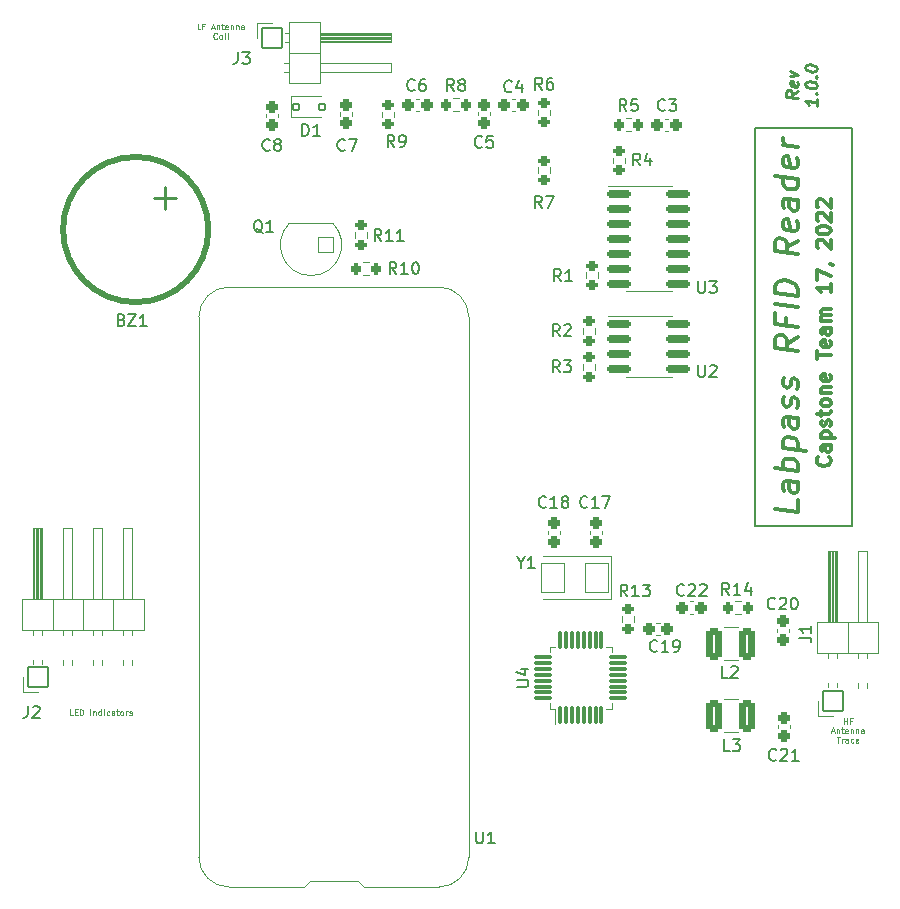
<source format=gto>
G04 #@! TF.GenerationSoftware,KiCad,Pcbnew,(6.0.4-0)*
G04 #@! TF.CreationDate,2022-05-10T10:58:29-07:00*
G04 #@! TF.ProjectId,Labpass RFID Reader,4c616270-6173-4732-9052-464944205265,0.1.0*
G04 #@! TF.SameCoordinates,Original*
G04 #@! TF.FileFunction,Legend,Top*
G04 #@! TF.FilePolarity,Positive*
%FSLAX46Y46*%
G04 Gerber Fmt 4.6, Leading zero omitted, Abs format (unit mm)*
G04 Created by KiCad (PCBNEW (6.0.4-0)) date 2022-05-10 10:58:29*
%MOMM*%
%LPD*%
G01*
G04 APERTURE LIST*
G04 Aperture macros list*
%AMRoundRect*
0 Rectangle with rounded corners*
0 $1 Rounding radius*
0 $2 $3 $4 $5 $6 $7 $8 $9 X,Y pos of 4 corners*
0 Add a 4 corners polygon primitive as box body*
4,1,4,$2,$3,$4,$5,$6,$7,$8,$9,$2,$3,0*
0 Add four circle primitives for the rounded corners*
1,1,$1+$1,$2,$3*
1,1,$1+$1,$4,$5*
1,1,$1+$1,$6,$7*
1,1,$1+$1,$8,$9*
0 Add four rect primitives between the rounded corners*
20,1,$1+$1,$2,$3,$4,$5,0*
20,1,$1+$1,$4,$5,$6,$7,0*
20,1,$1+$1,$6,$7,$8,$9,0*
20,1,$1+$1,$8,$9,$2,$3,0*%
G04 Aperture macros list end*
%ADD10C,0.100000*%
%ADD11C,0.150000*%
%ADD12C,0.300000*%
%ADD13C,0.250000*%
%ADD14C,0.120000*%
%ADD15C,0.500000*%
%ADD16C,0.050000*%
%ADD17RoundRect,0.050800X0.850000X-0.850000X0.850000X0.850000X-0.850000X0.850000X-0.850000X-0.850000X0*%
%ADD18O,1.801600X1.801600*%
%ADD19RoundRect,0.050800X-0.850000X-0.850000X0.850000X-0.850000X0.850000X0.850000X-0.850000X0.850000X0*%
%ADD20RoundRect,0.275800X-0.225000X-0.250000X0.225000X-0.250000X0.225000X0.250000X-0.225000X0.250000X0*%
%ADD21RoundRect,0.275800X0.225000X0.250000X-0.225000X0.250000X-0.225000X-0.250000X0.225000X-0.250000X0*%
%ADD22RoundRect,0.050800X-0.250000X-0.250000X0.250000X-0.250000X0.250000X0.250000X-0.250000X0.250000X0*%
%ADD23RoundRect,0.050800X1.000000X1.200000X-1.000000X1.200000X-1.000000X-1.200000X1.000000X-1.200000X0*%
%ADD24C,1.625600*%
%ADD25RoundRect,0.300800X-0.375000X-1.075000X0.375000X-1.075000X0.375000X1.075000X-0.375000X1.075000X0*%
%ADD26RoundRect,0.275800X-0.250000X0.225000X-0.250000X-0.225000X0.250000X-0.225000X0.250000X0.225000X0*%
%ADD27C,2.301600*%
%ADD28RoundRect,0.250800X0.200000X0.275000X-0.200000X0.275000X-0.200000X-0.275000X0.200000X-0.275000X0*%
%ADD29RoundRect,0.250800X-0.200000X-0.275000X0.200000X-0.275000X0.200000X0.275000X-0.200000X0.275000X0*%
%ADD30RoundRect,0.050800X0.650000X0.650000X-0.650000X0.650000X-0.650000X-0.650000X0.650000X-0.650000X0*%
%ADD31C,1.401600*%
%ADD32RoundRect,0.250800X-0.275000X0.200000X-0.275000X-0.200000X0.275000X-0.200000X0.275000X0.200000X0*%
%ADD33RoundRect,0.250800X0.275000X-0.200000X0.275000X0.200000X-0.275000X0.200000X-0.275000X-0.200000X0*%
%ADD34RoundRect,0.275800X0.250000X-0.225000X0.250000X0.225000X-0.250000X0.225000X-0.250000X-0.225000X0*%
%ADD35RoundRect,0.200800X-0.825000X-0.150000X0.825000X-0.150000X0.825000X0.150000X-0.825000X0.150000X0*%
%ADD36C,1.676400*%
%ADD37RoundRect,0.125800X0.675000X-0.075000X0.675000X0.075000X-0.675000X0.075000X-0.675000X-0.075000X0*%
%ADD38RoundRect,0.125800X0.075000X-0.675000X0.075000X0.675000X-0.075000X0.675000X-0.075000X-0.675000X0*%
%ADD39RoundRect,0.300800X0.375000X1.075000X-0.375000X1.075000X-0.375000X-1.075000X0.375000X-1.075000X0*%
G04 APERTURE END LIST*
D10*
X111422952Y-117574190D02*
X111184857Y-117574190D01*
X111184857Y-117074190D01*
X111589619Y-117312285D02*
X111756285Y-117312285D01*
X111827714Y-117574190D02*
X111589619Y-117574190D01*
X111589619Y-117074190D01*
X111827714Y-117074190D01*
X112042000Y-117574190D02*
X112042000Y-117074190D01*
X112161047Y-117074190D01*
X112232476Y-117098000D01*
X112280095Y-117145619D01*
X112303904Y-117193238D01*
X112327714Y-117288476D01*
X112327714Y-117359904D01*
X112303904Y-117455142D01*
X112280095Y-117502761D01*
X112232476Y-117550380D01*
X112161047Y-117574190D01*
X112042000Y-117574190D01*
X112922952Y-117574190D02*
X112922952Y-117074190D01*
X113161047Y-117240857D02*
X113161047Y-117574190D01*
X113161047Y-117288476D02*
X113184857Y-117264666D01*
X113232476Y-117240857D01*
X113303904Y-117240857D01*
X113351523Y-117264666D01*
X113375333Y-117312285D01*
X113375333Y-117574190D01*
X113827714Y-117574190D02*
X113827714Y-117074190D01*
X113827714Y-117550380D02*
X113780095Y-117574190D01*
X113684857Y-117574190D01*
X113637238Y-117550380D01*
X113613428Y-117526571D01*
X113589619Y-117478952D01*
X113589619Y-117336095D01*
X113613428Y-117288476D01*
X113637238Y-117264666D01*
X113684857Y-117240857D01*
X113780095Y-117240857D01*
X113827714Y-117264666D01*
X114065809Y-117574190D02*
X114065809Y-117240857D01*
X114065809Y-117074190D02*
X114042000Y-117098000D01*
X114065809Y-117121809D01*
X114089619Y-117098000D01*
X114065809Y-117074190D01*
X114065809Y-117121809D01*
X114518190Y-117550380D02*
X114470571Y-117574190D01*
X114375333Y-117574190D01*
X114327714Y-117550380D01*
X114303904Y-117526571D01*
X114280095Y-117478952D01*
X114280095Y-117336095D01*
X114303904Y-117288476D01*
X114327714Y-117264666D01*
X114375333Y-117240857D01*
X114470571Y-117240857D01*
X114518190Y-117264666D01*
X114946761Y-117574190D02*
X114946761Y-117312285D01*
X114922952Y-117264666D01*
X114875333Y-117240857D01*
X114780095Y-117240857D01*
X114732476Y-117264666D01*
X114946761Y-117550380D02*
X114899142Y-117574190D01*
X114780095Y-117574190D01*
X114732476Y-117550380D01*
X114708666Y-117502761D01*
X114708666Y-117455142D01*
X114732476Y-117407523D01*
X114780095Y-117383714D01*
X114899142Y-117383714D01*
X114946761Y-117359904D01*
X115113428Y-117240857D02*
X115303904Y-117240857D01*
X115184857Y-117074190D02*
X115184857Y-117502761D01*
X115208666Y-117550380D01*
X115256285Y-117574190D01*
X115303904Y-117574190D01*
X115542000Y-117574190D02*
X115494380Y-117550380D01*
X115470571Y-117526571D01*
X115446761Y-117478952D01*
X115446761Y-117336095D01*
X115470571Y-117288476D01*
X115494380Y-117264666D01*
X115542000Y-117240857D01*
X115613428Y-117240857D01*
X115661047Y-117264666D01*
X115684857Y-117288476D01*
X115708666Y-117336095D01*
X115708666Y-117478952D01*
X115684857Y-117526571D01*
X115661047Y-117550380D01*
X115613428Y-117574190D01*
X115542000Y-117574190D01*
X115922952Y-117574190D02*
X115922952Y-117240857D01*
X115922952Y-117336095D02*
X115946761Y-117288476D01*
X115970571Y-117264666D01*
X116018190Y-117240857D01*
X116065809Y-117240857D01*
X116208666Y-117550380D02*
X116256285Y-117574190D01*
X116351523Y-117574190D01*
X116399142Y-117550380D01*
X116422952Y-117502761D01*
X116422952Y-117478952D01*
X116399142Y-117431333D01*
X116351523Y-117407523D01*
X116280095Y-117407523D01*
X116232476Y-117383714D01*
X116208666Y-117336095D01*
X116208666Y-117312285D01*
X116232476Y-117264666D01*
X116280095Y-117240857D01*
X116351523Y-117240857D01*
X116399142Y-117264666D01*
D11*
X169158000Y-101582000D02*
X177358000Y-101582000D01*
X177358000Y-101582000D02*
X177358000Y-67882000D01*
X177358000Y-67882000D02*
X169158000Y-67882000D01*
X169158000Y-67882000D02*
X169158000Y-101582000D01*
D10*
X122225809Y-59513690D02*
X121987714Y-59513690D01*
X121987714Y-59013690D01*
X122559142Y-59251785D02*
X122392476Y-59251785D01*
X122392476Y-59513690D02*
X122392476Y-59013690D01*
X122630571Y-59013690D01*
X123178190Y-59370833D02*
X123416285Y-59370833D01*
X123130571Y-59513690D02*
X123297238Y-59013690D01*
X123463904Y-59513690D01*
X123630571Y-59180357D02*
X123630571Y-59513690D01*
X123630571Y-59227976D02*
X123654380Y-59204166D01*
X123702000Y-59180357D01*
X123773428Y-59180357D01*
X123821047Y-59204166D01*
X123844857Y-59251785D01*
X123844857Y-59513690D01*
X124011523Y-59180357D02*
X124202000Y-59180357D01*
X124082952Y-59013690D02*
X124082952Y-59442261D01*
X124106761Y-59489880D01*
X124154380Y-59513690D01*
X124202000Y-59513690D01*
X124559142Y-59489880D02*
X124511523Y-59513690D01*
X124416285Y-59513690D01*
X124368666Y-59489880D01*
X124344857Y-59442261D01*
X124344857Y-59251785D01*
X124368666Y-59204166D01*
X124416285Y-59180357D01*
X124511523Y-59180357D01*
X124559142Y-59204166D01*
X124582952Y-59251785D01*
X124582952Y-59299404D01*
X124344857Y-59347023D01*
X124797238Y-59180357D02*
X124797238Y-59513690D01*
X124797238Y-59227976D02*
X124821047Y-59204166D01*
X124868666Y-59180357D01*
X124940095Y-59180357D01*
X124987714Y-59204166D01*
X125011523Y-59251785D01*
X125011523Y-59513690D01*
X125249619Y-59180357D02*
X125249619Y-59513690D01*
X125249619Y-59227976D02*
X125273428Y-59204166D01*
X125321047Y-59180357D01*
X125392476Y-59180357D01*
X125440095Y-59204166D01*
X125463904Y-59251785D01*
X125463904Y-59513690D01*
X125916285Y-59513690D02*
X125916285Y-59251785D01*
X125892476Y-59204166D01*
X125844857Y-59180357D01*
X125749619Y-59180357D01*
X125702000Y-59204166D01*
X125916285Y-59489880D02*
X125868666Y-59513690D01*
X125749619Y-59513690D01*
X125702000Y-59489880D01*
X125678190Y-59442261D01*
X125678190Y-59394642D01*
X125702000Y-59347023D01*
X125749619Y-59323214D01*
X125868666Y-59323214D01*
X125916285Y-59299404D01*
X123630571Y-60271071D02*
X123606761Y-60294880D01*
X123535333Y-60318690D01*
X123487714Y-60318690D01*
X123416285Y-60294880D01*
X123368666Y-60247261D01*
X123344857Y-60199642D01*
X123321047Y-60104404D01*
X123321047Y-60032976D01*
X123344857Y-59937738D01*
X123368666Y-59890119D01*
X123416285Y-59842500D01*
X123487714Y-59818690D01*
X123535333Y-59818690D01*
X123606761Y-59842500D01*
X123630571Y-59866309D01*
X123916285Y-60318690D02*
X123868666Y-60294880D01*
X123844857Y-60271071D01*
X123821047Y-60223452D01*
X123821047Y-60080595D01*
X123844857Y-60032976D01*
X123868666Y-60009166D01*
X123916285Y-59985357D01*
X123987714Y-59985357D01*
X124035333Y-60009166D01*
X124059142Y-60032976D01*
X124082952Y-60080595D01*
X124082952Y-60223452D01*
X124059142Y-60271071D01*
X124035333Y-60294880D01*
X123987714Y-60318690D01*
X123916285Y-60318690D01*
X124297238Y-60318690D02*
X124297238Y-59985357D01*
X124297238Y-59818690D02*
X124273428Y-59842500D01*
X124297238Y-59866309D01*
X124321047Y-59842500D01*
X124297238Y-59818690D01*
X124297238Y-59866309D01*
X124606761Y-60318690D02*
X124559142Y-60294880D01*
X124535333Y-60247261D01*
X124535333Y-59818690D01*
X176680857Y-118293190D02*
X176680857Y-117793190D01*
X176680857Y-118031285D02*
X176966571Y-118031285D01*
X176966571Y-118293190D02*
X176966571Y-117793190D01*
X177371333Y-118031285D02*
X177204666Y-118031285D01*
X177204666Y-118293190D02*
X177204666Y-117793190D01*
X177442761Y-117793190D01*
X175657047Y-118955333D02*
X175895142Y-118955333D01*
X175609428Y-119098190D02*
X175776095Y-118598190D01*
X175942761Y-119098190D01*
X176109428Y-118764857D02*
X176109428Y-119098190D01*
X176109428Y-118812476D02*
X176133238Y-118788666D01*
X176180857Y-118764857D01*
X176252285Y-118764857D01*
X176299904Y-118788666D01*
X176323714Y-118836285D01*
X176323714Y-119098190D01*
X176490380Y-118764857D02*
X176680857Y-118764857D01*
X176561809Y-118598190D02*
X176561809Y-119026761D01*
X176585619Y-119074380D01*
X176633238Y-119098190D01*
X176680857Y-119098190D01*
X177038000Y-119074380D02*
X176990380Y-119098190D01*
X176895142Y-119098190D01*
X176847523Y-119074380D01*
X176823714Y-119026761D01*
X176823714Y-118836285D01*
X176847523Y-118788666D01*
X176895142Y-118764857D01*
X176990380Y-118764857D01*
X177038000Y-118788666D01*
X177061809Y-118836285D01*
X177061809Y-118883904D01*
X176823714Y-118931523D01*
X177276095Y-118764857D02*
X177276095Y-119098190D01*
X177276095Y-118812476D02*
X177299904Y-118788666D01*
X177347523Y-118764857D01*
X177418952Y-118764857D01*
X177466571Y-118788666D01*
X177490380Y-118836285D01*
X177490380Y-119098190D01*
X177728476Y-118764857D02*
X177728476Y-119098190D01*
X177728476Y-118812476D02*
X177752285Y-118788666D01*
X177799904Y-118764857D01*
X177871333Y-118764857D01*
X177918952Y-118788666D01*
X177942761Y-118836285D01*
X177942761Y-119098190D01*
X178395142Y-119098190D02*
X178395142Y-118836285D01*
X178371333Y-118788666D01*
X178323714Y-118764857D01*
X178228476Y-118764857D01*
X178180857Y-118788666D01*
X178395142Y-119074380D02*
X178347523Y-119098190D01*
X178228476Y-119098190D01*
X178180857Y-119074380D01*
X178157047Y-119026761D01*
X178157047Y-118979142D01*
X178180857Y-118931523D01*
X178228476Y-118907714D01*
X178347523Y-118907714D01*
X178395142Y-118883904D01*
X176085619Y-119403190D02*
X176371333Y-119403190D01*
X176228476Y-119903190D02*
X176228476Y-119403190D01*
X176538000Y-119903190D02*
X176538000Y-119569857D01*
X176538000Y-119665095D02*
X176561809Y-119617476D01*
X176585619Y-119593666D01*
X176633238Y-119569857D01*
X176680857Y-119569857D01*
X177061809Y-119903190D02*
X177061809Y-119641285D01*
X177038000Y-119593666D01*
X176990380Y-119569857D01*
X176895142Y-119569857D01*
X176847523Y-119593666D01*
X177061809Y-119879380D02*
X177014190Y-119903190D01*
X176895142Y-119903190D01*
X176847523Y-119879380D01*
X176823714Y-119831761D01*
X176823714Y-119784142D01*
X176847523Y-119736523D01*
X176895142Y-119712714D01*
X177014190Y-119712714D01*
X177061809Y-119688904D01*
X177514190Y-119879380D02*
X177466571Y-119903190D01*
X177371333Y-119903190D01*
X177323714Y-119879380D01*
X177299904Y-119855571D01*
X177276095Y-119807952D01*
X177276095Y-119665095D01*
X177299904Y-119617476D01*
X177323714Y-119593666D01*
X177371333Y-119569857D01*
X177466571Y-119569857D01*
X177514190Y-119593666D01*
X177918952Y-119879380D02*
X177871333Y-119903190D01*
X177776095Y-119903190D01*
X177728476Y-119879380D01*
X177704666Y-119831761D01*
X177704666Y-119641285D01*
X177728476Y-119593666D01*
X177776095Y-119569857D01*
X177871333Y-119569857D01*
X177918952Y-119593666D01*
X177942761Y-119641285D01*
X177942761Y-119688904D01*
X177704666Y-119736523D01*
D12*
X175486571Y-95724857D02*
X175543714Y-95782000D01*
X175600857Y-95953428D01*
X175600857Y-96067714D01*
X175543714Y-96239142D01*
X175429428Y-96353428D01*
X175315142Y-96410571D01*
X175086571Y-96467714D01*
X174915142Y-96467714D01*
X174686571Y-96410571D01*
X174572285Y-96353428D01*
X174458000Y-96239142D01*
X174400857Y-96067714D01*
X174400857Y-95953428D01*
X174458000Y-95782000D01*
X174515142Y-95724857D01*
X175600857Y-94696285D02*
X174972285Y-94696285D01*
X174858000Y-94753428D01*
X174800857Y-94867714D01*
X174800857Y-95096285D01*
X174858000Y-95210571D01*
X175543714Y-94696285D02*
X175600857Y-94810571D01*
X175600857Y-95096285D01*
X175543714Y-95210571D01*
X175429428Y-95267714D01*
X175315142Y-95267714D01*
X175200857Y-95210571D01*
X175143714Y-95096285D01*
X175143714Y-94810571D01*
X175086571Y-94696285D01*
X174800857Y-94124857D02*
X176000857Y-94124857D01*
X174858000Y-94124857D02*
X174800857Y-94010571D01*
X174800857Y-93782000D01*
X174858000Y-93667714D01*
X174915142Y-93610571D01*
X175029428Y-93553428D01*
X175372285Y-93553428D01*
X175486571Y-93610571D01*
X175543714Y-93667714D01*
X175600857Y-93782000D01*
X175600857Y-94010571D01*
X175543714Y-94124857D01*
X175543714Y-93096285D02*
X175600857Y-92982000D01*
X175600857Y-92753428D01*
X175543714Y-92639142D01*
X175429428Y-92582000D01*
X175372285Y-92582000D01*
X175258000Y-92639142D01*
X175200857Y-92753428D01*
X175200857Y-92924857D01*
X175143714Y-93039142D01*
X175029428Y-93096285D01*
X174972285Y-93096285D01*
X174858000Y-93039142D01*
X174800857Y-92924857D01*
X174800857Y-92753428D01*
X174858000Y-92639142D01*
X174800857Y-92239142D02*
X174800857Y-91782000D01*
X174400857Y-92067714D02*
X175429428Y-92067714D01*
X175543714Y-92010571D01*
X175600857Y-91896285D01*
X175600857Y-91782000D01*
X175600857Y-91210571D02*
X175543714Y-91324857D01*
X175486571Y-91382000D01*
X175372285Y-91439142D01*
X175029428Y-91439142D01*
X174915142Y-91382000D01*
X174858000Y-91324857D01*
X174800857Y-91210571D01*
X174800857Y-91039142D01*
X174858000Y-90924857D01*
X174915142Y-90867714D01*
X175029428Y-90810571D01*
X175372285Y-90810571D01*
X175486571Y-90867714D01*
X175543714Y-90924857D01*
X175600857Y-91039142D01*
X175600857Y-91210571D01*
X174800857Y-90296285D02*
X175600857Y-90296285D01*
X174915142Y-90296285D02*
X174858000Y-90239142D01*
X174800857Y-90124857D01*
X174800857Y-89953428D01*
X174858000Y-89839142D01*
X174972285Y-89782000D01*
X175600857Y-89782000D01*
X175543714Y-88753428D02*
X175600857Y-88867714D01*
X175600857Y-89096285D01*
X175543714Y-89210571D01*
X175429428Y-89267714D01*
X174972285Y-89267714D01*
X174858000Y-89210571D01*
X174800857Y-89096285D01*
X174800857Y-88867714D01*
X174858000Y-88753428D01*
X174972285Y-88696285D01*
X175086571Y-88696285D01*
X175200857Y-89267714D01*
X174400857Y-87439142D02*
X174400857Y-86753428D01*
X175600857Y-87096285D02*
X174400857Y-87096285D01*
X175543714Y-85896285D02*
X175600857Y-86010571D01*
X175600857Y-86239142D01*
X175543714Y-86353428D01*
X175429428Y-86410571D01*
X174972285Y-86410571D01*
X174858000Y-86353428D01*
X174800857Y-86239142D01*
X174800857Y-86010571D01*
X174858000Y-85896285D01*
X174972285Y-85839142D01*
X175086571Y-85839142D01*
X175200857Y-86410571D01*
X175600857Y-84810571D02*
X174972285Y-84810571D01*
X174858000Y-84867714D01*
X174800857Y-84982000D01*
X174800857Y-85210571D01*
X174858000Y-85324857D01*
X175543714Y-84810571D02*
X175600857Y-84924857D01*
X175600857Y-85210571D01*
X175543714Y-85324857D01*
X175429428Y-85382000D01*
X175315142Y-85382000D01*
X175200857Y-85324857D01*
X175143714Y-85210571D01*
X175143714Y-84924857D01*
X175086571Y-84810571D01*
X175600857Y-84239142D02*
X174800857Y-84239142D01*
X174915142Y-84239142D02*
X174858000Y-84182000D01*
X174800857Y-84067714D01*
X174800857Y-83896285D01*
X174858000Y-83782000D01*
X174972285Y-83724857D01*
X175600857Y-83724857D01*
X174972285Y-83724857D02*
X174858000Y-83667714D01*
X174800857Y-83553428D01*
X174800857Y-83382000D01*
X174858000Y-83267714D01*
X174972285Y-83210571D01*
X175600857Y-83210571D01*
X175600857Y-81096285D02*
X175600857Y-81782000D01*
X175600857Y-81439142D02*
X174400857Y-81439142D01*
X174572285Y-81553428D01*
X174686571Y-81667714D01*
X174743714Y-81782000D01*
X174400857Y-80696285D02*
X174400857Y-79896285D01*
X175600857Y-80410571D01*
X175543714Y-79382000D02*
X175600857Y-79382000D01*
X175715142Y-79439142D01*
X175772285Y-79496285D01*
X174515142Y-78010571D02*
X174458000Y-77953428D01*
X174400857Y-77839142D01*
X174400857Y-77553428D01*
X174458000Y-77439142D01*
X174515142Y-77382000D01*
X174629428Y-77324857D01*
X174743714Y-77324857D01*
X174915142Y-77382000D01*
X175600857Y-78067714D01*
X175600857Y-77324857D01*
X174400857Y-76582000D02*
X174400857Y-76467714D01*
X174458000Y-76353428D01*
X174515142Y-76296285D01*
X174629428Y-76239142D01*
X174858000Y-76182000D01*
X175143714Y-76182000D01*
X175372285Y-76239142D01*
X175486571Y-76296285D01*
X175543714Y-76353428D01*
X175600857Y-76467714D01*
X175600857Y-76582000D01*
X175543714Y-76696285D01*
X175486571Y-76753428D01*
X175372285Y-76810571D01*
X175143714Y-76867714D01*
X174858000Y-76867714D01*
X174629428Y-76810571D01*
X174515142Y-76753428D01*
X174458000Y-76696285D01*
X174400857Y-76582000D01*
X174515142Y-75724857D02*
X174458000Y-75667714D01*
X174400857Y-75553428D01*
X174400857Y-75267714D01*
X174458000Y-75153428D01*
X174515142Y-75096285D01*
X174629428Y-75039142D01*
X174743714Y-75039142D01*
X174915142Y-75096285D01*
X175600857Y-75782000D01*
X175600857Y-75039142D01*
X174515142Y-74582000D02*
X174458000Y-74524857D01*
X174400857Y-74410571D01*
X174400857Y-74124857D01*
X174458000Y-74010571D01*
X174515142Y-73953428D01*
X174629428Y-73896285D01*
X174743714Y-73896285D01*
X174915142Y-73953428D01*
X175600857Y-74639142D01*
X175600857Y-73896285D01*
X172862761Y-99390392D02*
X172862761Y-100342773D01*
X170862761Y-100092773D01*
X172862761Y-97866583D02*
X171815142Y-97735630D01*
X171624666Y-97807059D01*
X171529428Y-97985630D01*
X171529428Y-98366583D01*
X171624666Y-98568964D01*
X172767523Y-97854678D02*
X172862761Y-98057059D01*
X172862761Y-98533250D01*
X172767523Y-98711821D01*
X172577047Y-98783250D01*
X172386571Y-98759440D01*
X172196095Y-98640392D01*
X172100857Y-98438011D01*
X172100857Y-97961821D01*
X172005619Y-97759440D01*
X172862761Y-96914202D02*
X170862761Y-96664202D01*
X171624666Y-96759440D02*
X171529428Y-96557059D01*
X171529428Y-96176107D01*
X171624666Y-95997535D01*
X171719904Y-95914202D01*
X171910380Y-95842773D01*
X172481809Y-95914202D01*
X172672285Y-96033250D01*
X172767523Y-96140392D01*
X172862761Y-96342773D01*
X172862761Y-96723726D01*
X172767523Y-96902297D01*
X171529428Y-94938011D02*
X173529428Y-95188011D01*
X171624666Y-94949916D02*
X171529428Y-94747535D01*
X171529428Y-94366583D01*
X171624666Y-94188011D01*
X171719904Y-94104678D01*
X171910380Y-94033250D01*
X172481809Y-94104678D01*
X172672285Y-94223726D01*
X172767523Y-94330869D01*
X172862761Y-94533250D01*
X172862761Y-94914202D01*
X172767523Y-95092773D01*
X172862761Y-92438011D02*
X171815142Y-92307059D01*
X171624666Y-92378488D01*
X171529428Y-92557059D01*
X171529428Y-92938011D01*
X171624666Y-93140392D01*
X172767523Y-92426107D02*
X172862761Y-92628488D01*
X172862761Y-93104678D01*
X172767523Y-93283250D01*
X172577047Y-93354678D01*
X172386571Y-93330869D01*
X172196095Y-93211821D01*
X172100857Y-93009440D01*
X172100857Y-92533250D01*
X172005619Y-92330869D01*
X172767523Y-91568964D02*
X172862761Y-91390392D01*
X172862761Y-91009440D01*
X172767523Y-90807059D01*
X172577047Y-90688011D01*
X172481809Y-90676107D01*
X172291333Y-90747535D01*
X172196095Y-90926107D01*
X172196095Y-91211821D01*
X172100857Y-91390392D01*
X171910380Y-91461821D01*
X171815142Y-91449916D01*
X171624666Y-91330869D01*
X171529428Y-91128488D01*
X171529428Y-90842773D01*
X171624666Y-90664202D01*
X172767523Y-89949916D02*
X172862761Y-89771345D01*
X172862761Y-89390392D01*
X172767523Y-89188011D01*
X172577047Y-89068964D01*
X172481809Y-89057059D01*
X172291333Y-89128488D01*
X172196095Y-89307059D01*
X172196095Y-89592773D01*
X172100857Y-89771345D01*
X171910380Y-89842773D01*
X171815142Y-89830869D01*
X171624666Y-89711821D01*
X171529428Y-89509440D01*
X171529428Y-89223726D01*
X171624666Y-89045154D01*
X172862761Y-85580869D02*
X171910380Y-86128488D01*
X172862761Y-86723726D02*
X170862761Y-86473726D01*
X170862761Y-85711821D01*
X170958000Y-85533250D01*
X171053238Y-85449916D01*
X171243714Y-85378488D01*
X171529428Y-85414202D01*
X171719904Y-85533250D01*
X171815142Y-85640392D01*
X171910380Y-85842773D01*
X171910380Y-86604678D01*
X171815142Y-83926107D02*
X171815142Y-84592773D01*
X172862761Y-84723726D02*
X170862761Y-84473726D01*
X170862761Y-83521345D01*
X172862761Y-83009440D02*
X170862761Y-82759440D01*
X172862761Y-82057059D02*
X170862761Y-81807059D01*
X170862761Y-81330869D01*
X170958000Y-81057059D01*
X171148476Y-80890392D01*
X171338952Y-80818964D01*
X171719904Y-80771345D01*
X172005619Y-80807059D01*
X172386571Y-80949916D01*
X172577047Y-81068964D01*
X172767523Y-81283250D01*
X172862761Y-81580869D01*
X172862761Y-82057059D01*
X172862761Y-77390392D02*
X171910380Y-77938011D01*
X172862761Y-78533250D02*
X170862761Y-78283250D01*
X170862761Y-77521345D01*
X170958000Y-77342773D01*
X171053238Y-77259440D01*
X171243714Y-77188011D01*
X171529428Y-77223726D01*
X171719904Y-77342773D01*
X171815142Y-77449916D01*
X171910380Y-77652297D01*
X171910380Y-78414202D01*
X172767523Y-75759440D02*
X172862761Y-75961821D01*
X172862761Y-76342773D01*
X172767523Y-76521345D01*
X172577047Y-76592773D01*
X171815142Y-76497535D01*
X171624666Y-76378488D01*
X171529428Y-76176107D01*
X171529428Y-75795154D01*
X171624666Y-75616583D01*
X171815142Y-75545154D01*
X172005619Y-75568964D01*
X172196095Y-76545154D01*
X172862761Y-73961821D02*
X171815142Y-73830869D01*
X171624666Y-73902297D01*
X171529428Y-74080869D01*
X171529428Y-74461821D01*
X171624666Y-74664202D01*
X172767523Y-73949916D02*
X172862761Y-74152297D01*
X172862761Y-74628488D01*
X172767523Y-74807059D01*
X172577047Y-74878488D01*
X172386571Y-74854678D01*
X172196095Y-74735630D01*
X172100857Y-74533250D01*
X172100857Y-74057059D01*
X172005619Y-73854678D01*
X172862761Y-72152297D02*
X170862761Y-71902297D01*
X172767523Y-72140392D02*
X172862761Y-72342773D01*
X172862761Y-72723726D01*
X172767523Y-72902297D01*
X172672285Y-72985630D01*
X172481809Y-73057059D01*
X171910380Y-72985630D01*
X171719904Y-72866583D01*
X171624666Y-72759440D01*
X171529428Y-72557059D01*
X171529428Y-72176107D01*
X171624666Y-71997535D01*
X172767523Y-70426107D02*
X172862761Y-70628488D01*
X172862761Y-71009440D01*
X172767523Y-71188011D01*
X172577047Y-71259440D01*
X171815142Y-71164202D01*
X171624666Y-71045154D01*
X171529428Y-70842773D01*
X171529428Y-70461821D01*
X171624666Y-70283250D01*
X171815142Y-70211821D01*
X172005619Y-70235630D01*
X172196095Y-71211821D01*
X172862761Y-69485630D02*
X171529428Y-69318964D01*
X171910380Y-69366583D02*
X171719904Y-69247535D01*
X171624666Y-69140392D01*
X171529428Y-68938011D01*
X171529428Y-68747535D01*
D13*
X172823549Y-64766841D02*
X172347359Y-65040651D01*
X172823549Y-65338270D02*
X171823549Y-65213270D01*
X171823549Y-64832317D01*
X171871169Y-64743032D01*
X171918788Y-64701365D01*
X172014026Y-64665651D01*
X172156883Y-64683508D01*
X172252121Y-64743032D01*
X172299740Y-64796603D01*
X172347359Y-64897794D01*
X172347359Y-65278746D01*
X172775930Y-63951365D02*
X172823549Y-64052555D01*
X172823549Y-64243032D01*
X172775930Y-64332317D01*
X172680692Y-64368032D01*
X172299740Y-64320413D01*
X172204502Y-64260889D01*
X172156883Y-64159698D01*
X172156883Y-63969222D01*
X172204502Y-63879936D01*
X172299740Y-63844222D01*
X172394978Y-63856127D01*
X172490216Y-64344222D01*
X172156883Y-63493032D02*
X172823549Y-63338270D01*
X172156883Y-63016841D01*
X174433549Y-65409698D02*
X174433549Y-65981127D01*
X174433549Y-65695413D02*
X173433549Y-65570413D01*
X173576407Y-65683508D01*
X173671645Y-65790651D01*
X173719264Y-65891841D01*
X174338311Y-64969222D02*
X174385930Y-64927555D01*
X174433549Y-64981127D01*
X174385930Y-65022794D01*
X174338311Y-64969222D01*
X174433549Y-64981127D01*
X173433549Y-64189460D02*
X173433549Y-64094222D01*
X173481169Y-64004936D01*
X173528788Y-63963270D01*
X173624026Y-63927555D01*
X173814502Y-63903746D01*
X174052597Y-63933508D01*
X174243073Y-64004936D01*
X174338311Y-64064460D01*
X174385930Y-64118032D01*
X174433549Y-64219222D01*
X174433549Y-64314460D01*
X174385930Y-64403746D01*
X174338311Y-64445413D01*
X174243073Y-64481127D01*
X174052597Y-64504936D01*
X173814502Y-64475174D01*
X173624026Y-64403746D01*
X173528788Y-64344222D01*
X173481169Y-64290651D01*
X173433549Y-64189460D01*
X174338311Y-63540651D02*
X174385930Y-63498984D01*
X174433549Y-63552555D01*
X174385930Y-63594222D01*
X174338311Y-63540651D01*
X174433549Y-63552555D01*
X173433549Y-62760889D02*
X173433549Y-62665651D01*
X173481169Y-62576365D01*
X173528788Y-62534698D01*
X173624026Y-62498984D01*
X173814502Y-62475174D01*
X174052597Y-62504936D01*
X174243073Y-62576365D01*
X174338311Y-62635889D01*
X174385930Y-62689460D01*
X174433549Y-62790651D01*
X174433549Y-62885889D01*
X174385930Y-62975174D01*
X174338311Y-63016841D01*
X174243073Y-63052555D01*
X174052597Y-63076365D01*
X173814502Y-63046603D01*
X173624026Y-62975174D01*
X173528788Y-62915651D01*
X173481169Y-62862079D01*
X173433549Y-62760889D01*
D11*
X172950380Y-111010333D02*
X173664666Y-111010333D01*
X173807523Y-111057952D01*
X173902761Y-111153190D01*
X173950380Y-111296047D01*
X173950380Y-111391285D01*
X173950380Y-110010333D02*
X173950380Y-110581761D01*
X173950380Y-110296047D02*
X172950380Y-110296047D01*
X173093238Y-110391285D01*
X173188476Y-110486523D01*
X173236095Y-110581761D01*
X125396666Y-61428380D02*
X125396666Y-62142666D01*
X125349047Y-62285523D01*
X125253809Y-62380761D01*
X125110952Y-62428380D01*
X125015714Y-62428380D01*
X125777619Y-61428380D02*
X126396666Y-61428380D01*
X126063333Y-61809333D01*
X126206190Y-61809333D01*
X126301428Y-61856952D01*
X126349047Y-61904571D01*
X126396666Y-61999809D01*
X126396666Y-62237904D01*
X126349047Y-62333142D01*
X126301428Y-62380761D01*
X126206190Y-62428380D01*
X125920476Y-62428380D01*
X125825238Y-62380761D01*
X125777619Y-62333142D01*
X107616666Y-116800380D02*
X107616666Y-117514666D01*
X107569047Y-117657523D01*
X107473809Y-117752761D01*
X107330952Y-117800380D01*
X107235714Y-117800380D01*
X108045238Y-116895619D02*
X108092857Y-116848000D01*
X108188095Y-116800380D01*
X108426190Y-116800380D01*
X108521428Y-116848000D01*
X108569047Y-116895619D01*
X108616666Y-116990857D01*
X108616666Y-117086095D01*
X108569047Y-117228952D01*
X107997619Y-117800380D01*
X108616666Y-117800380D01*
X163174142Y-107385142D02*
X163126523Y-107432761D01*
X162983666Y-107480380D01*
X162888428Y-107480380D01*
X162745571Y-107432761D01*
X162650333Y-107337523D01*
X162602714Y-107242285D01*
X162555095Y-107051809D01*
X162555095Y-106908952D01*
X162602714Y-106718476D01*
X162650333Y-106623238D01*
X162745571Y-106528000D01*
X162888428Y-106480380D01*
X162983666Y-106480380D01*
X163126523Y-106528000D01*
X163174142Y-106575619D01*
X163555095Y-106575619D02*
X163602714Y-106528000D01*
X163697952Y-106480380D01*
X163936047Y-106480380D01*
X164031285Y-106528000D01*
X164078904Y-106575619D01*
X164126523Y-106670857D01*
X164126523Y-106766095D01*
X164078904Y-106908952D01*
X163507476Y-107480380D01*
X164126523Y-107480380D01*
X164507476Y-106575619D02*
X164555095Y-106528000D01*
X164650333Y-106480380D01*
X164888428Y-106480380D01*
X164983666Y-106528000D01*
X165031285Y-106575619D01*
X165078904Y-106670857D01*
X165078904Y-106766095D01*
X165031285Y-106908952D01*
X164459857Y-107480380D01*
X165078904Y-107480380D01*
X148574502Y-64733311D02*
X148526883Y-64780930D01*
X148384026Y-64828549D01*
X148288788Y-64828549D01*
X148145930Y-64780930D01*
X148050692Y-64685692D01*
X148003073Y-64590454D01*
X147955454Y-64399978D01*
X147955454Y-64257121D01*
X148003073Y-64066645D01*
X148050692Y-63971407D01*
X148145930Y-63876169D01*
X148288788Y-63828549D01*
X148384026Y-63828549D01*
X148526883Y-63876169D01*
X148574502Y-63923788D01*
X149431645Y-64161883D02*
X149431645Y-64828549D01*
X149193549Y-63780930D02*
X148955454Y-64495216D01*
X149574502Y-64495216D01*
X130833904Y-68524380D02*
X130833904Y-67524380D01*
X131072000Y-67524380D01*
X131214857Y-67572000D01*
X131310095Y-67667238D01*
X131357714Y-67762476D01*
X131405333Y-67952952D01*
X131405333Y-68095809D01*
X131357714Y-68286285D01*
X131310095Y-68381523D01*
X131214857Y-68476761D01*
X131072000Y-68524380D01*
X130833904Y-68524380D01*
X132357714Y-68524380D02*
X131786285Y-68524380D01*
X132072000Y-68524380D02*
X132072000Y-67524380D01*
X131976761Y-67667238D01*
X131881523Y-67762476D01*
X131786285Y-67810095D01*
X149349978Y-104648359D02*
X149349978Y-105124549D01*
X149016645Y-104124549D02*
X149349978Y-104648359D01*
X149683311Y-104124549D01*
X150540454Y-105124549D02*
X149969026Y-105124549D01*
X150254740Y-105124549D02*
X150254740Y-104124549D01*
X150159502Y-104267407D01*
X150064264Y-104362645D01*
X149969026Y-104410264D01*
X115545216Y-84100740D02*
X115688073Y-84148359D01*
X115735692Y-84195978D01*
X115783311Y-84291216D01*
X115783311Y-84434073D01*
X115735692Y-84529311D01*
X115688073Y-84576930D01*
X115592835Y-84624549D01*
X115211883Y-84624549D01*
X115211883Y-83624549D01*
X115545216Y-83624549D01*
X115640454Y-83672169D01*
X115688073Y-83719788D01*
X115735692Y-83815026D01*
X115735692Y-83910264D01*
X115688073Y-84005502D01*
X115640454Y-84053121D01*
X115545216Y-84100740D01*
X115211883Y-84100740D01*
X116116645Y-83624549D02*
X116783311Y-83624549D01*
X116116645Y-84624549D01*
X116783311Y-84624549D01*
X117688073Y-84624549D02*
X117116645Y-84624549D01*
X117402359Y-84624549D02*
X117402359Y-83624549D01*
X117307121Y-83767407D01*
X117211883Y-83862645D01*
X117116645Y-83910264D01*
D13*
X120202549Y-73777597D02*
X118297788Y-73777597D01*
X119250169Y-72825216D02*
X119250169Y-74729978D01*
D11*
X166859502Y-114424549D02*
X166383311Y-114424549D01*
X166383311Y-113424549D01*
X167145216Y-113519788D02*
X167192835Y-113472169D01*
X167288073Y-113424549D01*
X167526169Y-113424549D01*
X167621407Y-113472169D01*
X167669026Y-113519788D01*
X167716645Y-113615026D01*
X167716645Y-113710264D01*
X167669026Y-113853121D01*
X167097597Y-114424549D01*
X167716645Y-114424549D01*
X160901142Y-112117142D02*
X160853523Y-112164761D01*
X160710666Y-112212380D01*
X160615428Y-112212380D01*
X160472571Y-112164761D01*
X160377333Y-112069523D01*
X160329714Y-111974285D01*
X160282095Y-111783809D01*
X160282095Y-111640952D01*
X160329714Y-111450476D01*
X160377333Y-111355238D01*
X160472571Y-111260000D01*
X160615428Y-111212380D01*
X160710666Y-111212380D01*
X160853523Y-111260000D01*
X160901142Y-111307619D01*
X161853523Y-112212380D02*
X161282095Y-112212380D01*
X161567809Y-112212380D02*
X161567809Y-111212380D01*
X161472571Y-111355238D01*
X161377333Y-111450476D01*
X161282095Y-111498095D01*
X162329714Y-112212380D02*
X162520190Y-112212380D01*
X162615428Y-112164761D01*
X162663047Y-112117142D01*
X162758285Y-111974285D01*
X162805904Y-111783809D01*
X162805904Y-111402857D01*
X162758285Y-111307619D01*
X162710666Y-111260000D01*
X162615428Y-111212380D01*
X162424952Y-111212380D01*
X162329714Y-111260000D01*
X162282095Y-111307619D01*
X162234476Y-111402857D01*
X162234476Y-111640952D01*
X162282095Y-111736190D01*
X162329714Y-111783809D01*
X162424952Y-111831428D01*
X162615428Y-111831428D01*
X162710666Y-111783809D01*
X162758285Y-111736190D01*
X162805904Y-111640952D01*
X128103333Y-69699142D02*
X128055714Y-69746761D01*
X127912857Y-69794380D01*
X127817619Y-69794380D01*
X127674761Y-69746761D01*
X127579523Y-69651523D01*
X127531904Y-69556285D01*
X127484285Y-69365809D01*
X127484285Y-69222952D01*
X127531904Y-69032476D01*
X127579523Y-68937238D01*
X127674761Y-68842000D01*
X127817619Y-68794380D01*
X127912857Y-68794380D01*
X128055714Y-68842000D01*
X128103333Y-68889619D01*
X128674761Y-69222952D02*
X128579523Y-69175333D01*
X128531904Y-69127714D01*
X128484285Y-69032476D01*
X128484285Y-68984857D01*
X128531904Y-68889619D01*
X128579523Y-68842000D01*
X128674761Y-68794380D01*
X128865238Y-68794380D01*
X128960476Y-68842000D01*
X129008095Y-68889619D01*
X129055714Y-68984857D01*
X129055714Y-69032476D01*
X129008095Y-69127714D01*
X128960476Y-69175333D01*
X128865238Y-69222952D01*
X128674761Y-69222952D01*
X128579523Y-69270571D01*
X128531904Y-69318190D01*
X128484285Y-69413428D01*
X128484285Y-69603904D01*
X128531904Y-69699142D01*
X128579523Y-69746761D01*
X128674761Y-69794380D01*
X128865238Y-69794380D01*
X128960476Y-69746761D01*
X129008095Y-69699142D01*
X129055714Y-69603904D01*
X129055714Y-69413428D01*
X129008095Y-69318190D01*
X128960476Y-69270571D01*
X128865238Y-69222952D01*
X166997142Y-107386380D02*
X166663809Y-106910190D01*
X166425714Y-107386380D02*
X166425714Y-106386380D01*
X166806666Y-106386380D01*
X166901904Y-106434000D01*
X166949523Y-106481619D01*
X166997142Y-106576857D01*
X166997142Y-106719714D01*
X166949523Y-106814952D01*
X166901904Y-106862571D01*
X166806666Y-106910190D01*
X166425714Y-106910190D01*
X167949523Y-107386380D02*
X167378095Y-107386380D01*
X167663809Y-107386380D02*
X167663809Y-106386380D01*
X167568571Y-106529238D01*
X167473333Y-106624476D01*
X167378095Y-106672095D01*
X168806666Y-106719714D02*
X168806666Y-107386380D01*
X168568571Y-106338761D02*
X168330476Y-107053047D01*
X168949523Y-107053047D01*
X158302502Y-66424549D02*
X157969169Y-65948359D01*
X157731073Y-66424549D02*
X157731073Y-65424549D01*
X158112026Y-65424549D01*
X158207264Y-65472169D01*
X158254883Y-65519788D01*
X158302502Y-65615026D01*
X158302502Y-65757883D01*
X158254883Y-65853121D01*
X158207264Y-65900740D01*
X158112026Y-65948359D01*
X157731073Y-65948359D01*
X159207264Y-65424549D02*
X158731073Y-65424549D01*
X158683454Y-65900740D01*
X158731073Y-65853121D01*
X158826311Y-65805502D01*
X159064407Y-65805502D01*
X159159645Y-65853121D01*
X159207264Y-65900740D01*
X159254883Y-65995978D01*
X159254883Y-66234073D01*
X159207264Y-66329311D01*
X159159645Y-66376930D01*
X159064407Y-66424549D01*
X158826311Y-66424549D01*
X158731073Y-66376930D01*
X158683454Y-66329311D01*
X127489943Y-76747619D02*
X127394705Y-76700000D01*
X127299467Y-76604761D01*
X127156610Y-76461904D01*
X127061372Y-76414285D01*
X126966134Y-76414285D01*
X127013753Y-76652380D02*
X126918515Y-76604761D01*
X126823277Y-76509523D01*
X126775658Y-76319047D01*
X126775658Y-75985714D01*
X126823277Y-75795238D01*
X126918515Y-75700000D01*
X127013753Y-75652380D01*
X127204229Y-75652380D01*
X127299467Y-75700000D01*
X127394705Y-75795238D01*
X127442324Y-75985714D01*
X127442324Y-76319047D01*
X127394705Y-76509523D01*
X127299467Y-76604761D01*
X127204229Y-76652380D01*
X127013753Y-76652380D01*
X128394705Y-76652380D02*
X127823277Y-76652380D01*
X128108991Y-76652380D02*
X128108991Y-75652380D01*
X128013753Y-75795238D01*
X127918515Y-75890476D01*
X127823277Y-75938095D01*
X159459502Y-71024549D02*
X159126169Y-70548359D01*
X158888073Y-71024549D02*
X158888073Y-70024549D01*
X159269026Y-70024549D01*
X159364264Y-70072169D01*
X159411883Y-70119788D01*
X159459502Y-70215026D01*
X159459502Y-70357883D01*
X159411883Y-70453121D01*
X159364264Y-70500740D01*
X159269026Y-70548359D01*
X158888073Y-70548359D01*
X160316645Y-70357883D02*
X160316645Y-71024549D01*
X160078549Y-69976930D02*
X159840454Y-70691216D01*
X160459502Y-70691216D01*
X138823324Y-80212660D02*
X138489991Y-79736470D01*
X138251896Y-80212660D02*
X138251896Y-79212660D01*
X138632848Y-79212660D01*
X138728086Y-79260280D01*
X138775705Y-79307899D01*
X138823324Y-79403137D01*
X138823324Y-79545994D01*
X138775705Y-79641232D01*
X138728086Y-79688851D01*
X138632848Y-79736470D01*
X138251896Y-79736470D01*
X139775705Y-80212660D02*
X139204277Y-80212660D01*
X139489991Y-80212660D02*
X139489991Y-79212660D01*
X139394753Y-79355518D01*
X139299515Y-79450756D01*
X139204277Y-79498375D01*
X140394753Y-79212660D02*
X140489991Y-79212660D01*
X140585229Y-79260280D01*
X140632848Y-79307899D01*
X140680467Y-79403137D01*
X140728086Y-79593613D01*
X140728086Y-79831708D01*
X140680467Y-80022184D01*
X140632848Y-80117422D01*
X140585229Y-80165041D01*
X140489991Y-80212660D01*
X140394753Y-80212660D01*
X140299515Y-80165041D01*
X140251896Y-80117422D01*
X140204277Y-80022184D01*
X140156658Y-79831708D01*
X140156658Y-79593613D01*
X140204277Y-79403137D01*
X140251896Y-79307899D01*
X140299515Y-79260280D01*
X140394753Y-79212660D01*
X152651502Y-88529549D02*
X152318169Y-88053359D01*
X152080073Y-88529549D02*
X152080073Y-87529549D01*
X152461026Y-87529549D01*
X152556264Y-87577169D01*
X152603883Y-87624788D01*
X152651502Y-87720026D01*
X152651502Y-87862883D01*
X152603883Y-87958121D01*
X152556264Y-88005740D01*
X152461026Y-88053359D01*
X152080073Y-88053359D01*
X152984835Y-87529549D02*
X153603883Y-87529549D01*
X153270549Y-87910502D01*
X153413407Y-87910502D01*
X153508645Y-87958121D01*
X153556264Y-88005740D01*
X153603883Y-88100978D01*
X153603883Y-88339073D01*
X153556264Y-88434311D01*
X153508645Y-88481930D01*
X153413407Y-88529549D01*
X153127692Y-88529549D01*
X153032454Y-88481930D01*
X152984835Y-88434311D01*
X138643198Y-69462245D02*
X138309865Y-68986055D01*
X138071769Y-69462245D02*
X138071769Y-68462245D01*
X138452722Y-68462245D01*
X138547960Y-68509865D01*
X138595579Y-68557484D01*
X138643198Y-68652722D01*
X138643198Y-68795579D01*
X138595579Y-68890817D01*
X138547960Y-68938436D01*
X138452722Y-68986055D01*
X138071769Y-68986055D01*
X139119388Y-69462245D02*
X139309865Y-69462245D01*
X139405103Y-69414626D01*
X139452722Y-69367007D01*
X139547960Y-69224150D01*
X139595579Y-69033674D01*
X139595579Y-68652722D01*
X139547960Y-68557484D01*
X139500341Y-68509865D01*
X139405103Y-68462245D01*
X139214626Y-68462245D01*
X139119388Y-68509865D01*
X139071769Y-68557484D01*
X139024150Y-68652722D01*
X139024150Y-68890817D01*
X139071769Y-68986055D01*
X139119388Y-69033674D01*
X139214626Y-69081293D01*
X139405103Y-69081293D01*
X139500341Y-69033674D01*
X139547960Y-68986055D01*
X139595579Y-68890817D01*
X161569502Y-66329311D02*
X161521883Y-66376930D01*
X161379026Y-66424549D01*
X161283788Y-66424549D01*
X161140930Y-66376930D01*
X161045692Y-66281692D01*
X160998073Y-66186454D01*
X160950454Y-65995978D01*
X160950454Y-65853121D01*
X160998073Y-65662645D01*
X161045692Y-65567407D01*
X161140930Y-65472169D01*
X161283788Y-65424549D01*
X161379026Y-65424549D01*
X161521883Y-65472169D01*
X161569502Y-65519788D01*
X161902835Y-65424549D02*
X162521883Y-65424549D01*
X162188549Y-65805502D01*
X162331407Y-65805502D01*
X162426645Y-65853121D01*
X162474264Y-65900740D01*
X162521883Y-65995978D01*
X162521883Y-66234073D01*
X162474264Y-66329311D01*
X162426645Y-66376930D01*
X162331407Y-66424549D01*
X162045692Y-66424549D01*
X161950454Y-66376930D01*
X161902835Y-66329311D01*
X154983311Y-99929311D02*
X154935692Y-99976930D01*
X154792835Y-100024549D01*
X154697597Y-100024549D01*
X154554740Y-99976930D01*
X154459502Y-99881692D01*
X154411883Y-99786454D01*
X154364264Y-99595978D01*
X154364264Y-99453121D01*
X154411883Y-99262645D01*
X154459502Y-99167407D01*
X154554740Y-99072169D01*
X154697597Y-99024549D01*
X154792835Y-99024549D01*
X154935692Y-99072169D01*
X154983311Y-99119788D01*
X155935692Y-100024549D02*
X155364264Y-100024549D01*
X155649978Y-100024549D02*
X155649978Y-99024549D01*
X155554740Y-99167407D01*
X155459502Y-99262645D01*
X155364264Y-99310264D01*
X156269026Y-99024549D02*
X156935692Y-99024549D01*
X156507121Y-100024549D01*
X151127502Y-74620380D02*
X150794169Y-74144190D01*
X150556073Y-74620380D02*
X150556073Y-73620380D01*
X150937026Y-73620380D01*
X151032264Y-73668000D01*
X151079883Y-73715619D01*
X151127502Y-73810857D01*
X151127502Y-73953714D01*
X151079883Y-74048952D01*
X151032264Y-74096571D01*
X150937026Y-74144190D01*
X150556073Y-74144190D01*
X151460835Y-73620380D02*
X152127502Y-73620380D01*
X151698930Y-74620380D01*
X151483311Y-99929311D02*
X151435692Y-99976930D01*
X151292835Y-100024549D01*
X151197597Y-100024549D01*
X151054740Y-99976930D01*
X150959502Y-99881692D01*
X150911883Y-99786454D01*
X150864264Y-99595978D01*
X150864264Y-99453121D01*
X150911883Y-99262645D01*
X150959502Y-99167407D01*
X151054740Y-99072169D01*
X151197597Y-99024549D01*
X151292835Y-99024549D01*
X151435692Y-99072169D01*
X151483311Y-99119788D01*
X152435692Y-100024549D02*
X151864264Y-100024549D01*
X152149978Y-100024549D02*
X152149978Y-99024549D01*
X152054740Y-99167407D01*
X151959502Y-99262645D01*
X151864264Y-99310264D01*
X153007121Y-99453121D02*
X152911883Y-99405502D01*
X152864264Y-99357883D01*
X152816645Y-99262645D01*
X152816645Y-99215026D01*
X152864264Y-99119788D01*
X152911883Y-99072169D01*
X153007121Y-99024549D01*
X153197597Y-99024549D01*
X153292835Y-99072169D01*
X153340454Y-99119788D01*
X153388073Y-99215026D01*
X153388073Y-99262645D01*
X153340454Y-99357883D01*
X153292835Y-99405502D01*
X153197597Y-99453121D01*
X153007121Y-99453121D01*
X152911883Y-99500740D01*
X152864264Y-99548359D01*
X152816645Y-99643597D01*
X152816645Y-99834073D01*
X152864264Y-99929311D01*
X152911883Y-99976930D01*
X153007121Y-100024549D01*
X153197597Y-100024549D01*
X153292835Y-99976930D01*
X153340454Y-99929311D01*
X153388073Y-99834073D01*
X153388073Y-99643597D01*
X153340454Y-99548359D01*
X153292835Y-99500740D01*
X153197597Y-99453121D01*
X143698502Y-64728549D02*
X143365169Y-64252359D01*
X143127073Y-64728549D02*
X143127073Y-63728549D01*
X143508026Y-63728549D01*
X143603264Y-63776169D01*
X143650883Y-63823788D01*
X143698502Y-63919026D01*
X143698502Y-64061883D01*
X143650883Y-64157121D01*
X143603264Y-64204740D01*
X143508026Y-64252359D01*
X143127073Y-64252359D01*
X144269930Y-64157121D02*
X144174692Y-64109502D01*
X144127073Y-64061883D01*
X144079454Y-63966645D01*
X144079454Y-63919026D01*
X144127073Y-63823788D01*
X144174692Y-63776169D01*
X144269930Y-63728549D01*
X144460407Y-63728549D01*
X144555645Y-63776169D01*
X144603264Y-63823788D01*
X144650883Y-63919026D01*
X144650883Y-63966645D01*
X144603264Y-64061883D01*
X144555645Y-64109502D01*
X144460407Y-64157121D01*
X144269930Y-64157121D01*
X144174692Y-64204740D01*
X144127073Y-64252359D01*
X144079454Y-64347597D01*
X144079454Y-64538073D01*
X144127073Y-64633311D01*
X144174692Y-64680930D01*
X144269930Y-64728549D01*
X144460407Y-64728549D01*
X144555645Y-64680930D01*
X144603264Y-64633311D01*
X144650883Y-64538073D01*
X144650883Y-64347597D01*
X144603264Y-64252359D01*
X144555645Y-64204740D01*
X144460407Y-64157121D01*
X140359502Y-64629311D02*
X140311883Y-64676930D01*
X140169026Y-64724549D01*
X140073788Y-64724549D01*
X139930930Y-64676930D01*
X139835692Y-64581692D01*
X139788073Y-64486454D01*
X139740454Y-64295978D01*
X139740454Y-64153121D01*
X139788073Y-63962645D01*
X139835692Y-63867407D01*
X139930930Y-63772169D01*
X140073788Y-63724549D01*
X140169026Y-63724549D01*
X140311883Y-63772169D01*
X140359502Y-63819788D01*
X141216645Y-63724549D02*
X141026169Y-63724549D01*
X140930930Y-63772169D01*
X140883311Y-63819788D01*
X140788073Y-63962645D01*
X140740454Y-64153121D01*
X140740454Y-64534073D01*
X140788073Y-64629311D01*
X140835692Y-64676930D01*
X140930930Y-64724549D01*
X141121407Y-64724549D01*
X141216645Y-64676930D01*
X141264264Y-64629311D01*
X141311883Y-64534073D01*
X141311883Y-64295978D01*
X141264264Y-64200740D01*
X141216645Y-64153121D01*
X141121407Y-64105502D01*
X140930930Y-64105502D01*
X140835692Y-64153121D01*
X140788073Y-64200740D01*
X140740454Y-64295978D01*
X164364264Y-80824549D02*
X164364264Y-81634073D01*
X164411883Y-81729311D01*
X164459502Y-81776930D01*
X164554740Y-81824549D01*
X164745216Y-81824549D01*
X164840454Y-81776930D01*
X164888073Y-81729311D01*
X164935692Y-81634073D01*
X164935692Y-80824549D01*
X165316645Y-80824549D02*
X165935692Y-80824549D01*
X165602359Y-81205502D01*
X165745216Y-81205502D01*
X165840454Y-81253121D01*
X165888073Y-81300740D01*
X165935692Y-81395978D01*
X165935692Y-81634073D01*
X165888073Y-81729311D01*
X165840454Y-81776930D01*
X165745216Y-81824549D01*
X165459502Y-81824549D01*
X165364264Y-81776930D01*
X165316645Y-81729311D01*
X145564264Y-127424549D02*
X145564264Y-128234073D01*
X145611883Y-128329311D01*
X145659502Y-128376930D01*
X145754740Y-128424549D01*
X145945216Y-128424549D01*
X146040454Y-128376930D01*
X146088073Y-128329311D01*
X146135692Y-128234073D01*
X146135692Y-127424549D01*
X147135692Y-128424549D02*
X146564264Y-128424549D01*
X146849978Y-128424549D02*
X146849978Y-127424549D01*
X146754740Y-127567407D01*
X146659502Y-127662645D01*
X146564264Y-127710264D01*
X170883311Y-108529311D02*
X170835692Y-108576930D01*
X170692835Y-108624549D01*
X170597597Y-108624549D01*
X170454740Y-108576930D01*
X170359502Y-108481692D01*
X170311883Y-108386454D01*
X170264264Y-108195978D01*
X170264264Y-108053121D01*
X170311883Y-107862645D01*
X170359502Y-107767407D01*
X170454740Y-107672169D01*
X170597597Y-107624549D01*
X170692835Y-107624549D01*
X170835692Y-107672169D01*
X170883311Y-107719788D01*
X171264264Y-107719788D02*
X171311883Y-107672169D01*
X171407121Y-107624549D01*
X171645216Y-107624549D01*
X171740454Y-107672169D01*
X171788073Y-107719788D01*
X171835692Y-107815026D01*
X171835692Y-107910264D01*
X171788073Y-108053121D01*
X171216645Y-108624549D01*
X171835692Y-108624549D01*
X172454740Y-107624549D02*
X172549978Y-107624549D01*
X172645216Y-107672169D01*
X172692835Y-107719788D01*
X172740454Y-107815026D01*
X172788073Y-108005502D01*
X172788073Y-108243597D01*
X172740454Y-108434073D01*
X172692835Y-108529311D01*
X172645216Y-108576930D01*
X172549978Y-108624549D01*
X172454740Y-108624549D01*
X172359502Y-108576930D01*
X172311883Y-108529311D01*
X172264264Y-108434073D01*
X172216645Y-108243597D01*
X172216645Y-108005502D01*
X172264264Y-107815026D01*
X172311883Y-107719788D01*
X172359502Y-107672169D01*
X172454740Y-107624549D01*
X164364264Y-87924549D02*
X164364264Y-88734073D01*
X164411883Y-88829311D01*
X164459502Y-88876930D01*
X164554740Y-88924549D01*
X164745216Y-88924549D01*
X164840454Y-88876930D01*
X164888073Y-88829311D01*
X164935692Y-88734073D01*
X164935692Y-87924549D01*
X165364264Y-88019788D02*
X165411883Y-87972169D01*
X165507121Y-87924549D01*
X165745216Y-87924549D01*
X165840454Y-87972169D01*
X165888073Y-88019788D01*
X165935692Y-88115026D01*
X165935692Y-88210264D01*
X165888073Y-88353121D01*
X165316645Y-88924549D01*
X165935692Y-88924549D01*
X170983311Y-121329311D02*
X170935692Y-121376930D01*
X170792835Y-121424549D01*
X170697597Y-121424549D01*
X170554740Y-121376930D01*
X170459502Y-121281692D01*
X170411883Y-121186454D01*
X170364264Y-120995978D01*
X170364264Y-120853121D01*
X170411883Y-120662645D01*
X170459502Y-120567407D01*
X170554740Y-120472169D01*
X170697597Y-120424549D01*
X170792835Y-120424549D01*
X170935692Y-120472169D01*
X170983311Y-120519788D01*
X171364264Y-120519788D02*
X171411883Y-120472169D01*
X171507121Y-120424549D01*
X171745216Y-120424549D01*
X171840454Y-120472169D01*
X171888073Y-120519788D01*
X171935692Y-120615026D01*
X171935692Y-120710264D01*
X171888073Y-120853121D01*
X171316645Y-121424549D01*
X171935692Y-121424549D01*
X172888073Y-121424549D02*
X172316645Y-121424549D01*
X172602359Y-121424549D02*
X172602359Y-120424549D01*
X172507121Y-120567407D01*
X172411883Y-120662645D01*
X172316645Y-120710264D01*
X137542324Y-77426660D02*
X137208991Y-76950470D01*
X136970896Y-77426660D02*
X136970896Y-76426660D01*
X137351848Y-76426660D01*
X137447086Y-76474280D01*
X137494705Y-76521899D01*
X137542324Y-76617137D01*
X137542324Y-76759994D01*
X137494705Y-76855232D01*
X137447086Y-76902851D01*
X137351848Y-76950470D01*
X136970896Y-76950470D01*
X138494705Y-77426660D02*
X137923277Y-77426660D01*
X138208991Y-77426660D02*
X138208991Y-76426660D01*
X138113753Y-76569518D01*
X138018515Y-76664756D01*
X137923277Y-76712375D01*
X139447086Y-77426660D02*
X138875658Y-77426660D01*
X139161372Y-77426660D02*
X139161372Y-76426660D01*
X139066134Y-76569518D01*
X138970896Y-76664756D01*
X138875658Y-76712375D01*
X149005549Y-115162073D02*
X149815073Y-115162073D01*
X149910311Y-115114454D01*
X149957930Y-115066835D01*
X150005549Y-114971597D01*
X150005549Y-114781121D01*
X149957930Y-114685883D01*
X149910311Y-114638264D01*
X149815073Y-114590645D01*
X149005549Y-114590645D01*
X149338883Y-113685883D02*
X150005549Y-113685883D01*
X148957930Y-113923978D02*
X149672216Y-114162073D01*
X149672216Y-113543026D01*
X152759502Y-80824549D02*
X152426169Y-80348359D01*
X152188073Y-80824549D02*
X152188073Y-79824549D01*
X152569026Y-79824549D01*
X152664264Y-79872169D01*
X152711883Y-79919788D01*
X152759502Y-80015026D01*
X152759502Y-80157883D01*
X152711883Y-80253121D01*
X152664264Y-80300740D01*
X152569026Y-80348359D01*
X152188073Y-80348359D01*
X153711883Y-80824549D02*
X153140454Y-80824549D01*
X153426169Y-80824549D02*
X153426169Y-79824549D01*
X153330930Y-79967407D01*
X153235692Y-80062645D01*
X153140454Y-80110264D01*
X167059502Y-120624549D02*
X166583311Y-120624549D01*
X166583311Y-119624549D01*
X167297597Y-119624549D02*
X167916645Y-119624549D01*
X167583311Y-120005502D01*
X167726169Y-120005502D01*
X167821407Y-120053121D01*
X167869026Y-120100740D01*
X167916645Y-120195978D01*
X167916645Y-120434073D01*
X167869026Y-120529311D01*
X167821407Y-120576930D01*
X167726169Y-120624549D01*
X167440454Y-120624549D01*
X167345216Y-120576930D01*
X167297597Y-120529311D01*
X146059502Y-69433311D02*
X146011883Y-69480930D01*
X145869026Y-69528549D01*
X145773788Y-69528549D01*
X145630930Y-69480930D01*
X145535692Y-69385692D01*
X145488073Y-69290454D01*
X145440454Y-69099978D01*
X145440454Y-68957121D01*
X145488073Y-68766645D01*
X145535692Y-68671407D01*
X145630930Y-68576169D01*
X145773788Y-68528549D01*
X145869026Y-68528549D01*
X146011883Y-68576169D01*
X146059502Y-68623788D01*
X146964264Y-68528549D02*
X146488073Y-68528549D01*
X146440454Y-69004740D01*
X146488073Y-68957121D01*
X146583311Y-68909502D01*
X146821407Y-68909502D01*
X146916645Y-68957121D01*
X146964264Y-69004740D01*
X147011883Y-69099978D01*
X147011883Y-69338073D01*
X146964264Y-69433311D01*
X146916645Y-69480930D01*
X146821407Y-69528549D01*
X146583311Y-69528549D01*
X146488073Y-69480930D01*
X146440454Y-69433311D01*
X152651502Y-85481549D02*
X152318169Y-85005359D01*
X152080073Y-85481549D02*
X152080073Y-84481549D01*
X152461026Y-84481549D01*
X152556264Y-84529169D01*
X152603883Y-84576788D01*
X152651502Y-84672026D01*
X152651502Y-84814883D01*
X152603883Y-84910121D01*
X152556264Y-84957740D01*
X152461026Y-85005359D01*
X152080073Y-85005359D01*
X153032454Y-84576788D02*
X153080073Y-84529169D01*
X153175311Y-84481549D01*
X153413407Y-84481549D01*
X153508645Y-84529169D01*
X153556264Y-84576788D01*
X153603883Y-84672026D01*
X153603883Y-84767264D01*
X153556264Y-84910121D01*
X152984835Y-85481549D01*
X153603883Y-85481549D01*
X134453333Y-69699142D02*
X134405714Y-69746761D01*
X134262857Y-69794380D01*
X134167619Y-69794380D01*
X134024761Y-69746761D01*
X133929523Y-69651523D01*
X133881904Y-69556285D01*
X133834285Y-69365809D01*
X133834285Y-69222952D01*
X133881904Y-69032476D01*
X133929523Y-68937238D01*
X134024761Y-68842000D01*
X134167619Y-68794380D01*
X134262857Y-68794380D01*
X134405714Y-68842000D01*
X134453333Y-68889619D01*
X134786666Y-68794380D02*
X135453333Y-68794380D01*
X135024761Y-69794380D01*
X151159502Y-64619380D02*
X150826169Y-64143190D01*
X150588073Y-64619380D02*
X150588073Y-63619380D01*
X150969026Y-63619380D01*
X151064264Y-63667000D01*
X151111883Y-63714619D01*
X151159502Y-63809857D01*
X151159502Y-63952714D01*
X151111883Y-64047952D01*
X151064264Y-64095571D01*
X150969026Y-64143190D01*
X150588073Y-64143190D01*
X152016645Y-63619380D02*
X151826169Y-63619380D01*
X151730930Y-63667000D01*
X151683311Y-63714619D01*
X151588073Y-63857476D01*
X151540454Y-64047952D01*
X151540454Y-64428904D01*
X151588073Y-64524142D01*
X151635692Y-64571761D01*
X151730930Y-64619380D01*
X151921407Y-64619380D01*
X152016645Y-64571761D01*
X152064264Y-64524142D01*
X152111883Y-64428904D01*
X152111883Y-64190809D01*
X152064264Y-64095571D01*
X152016645Y-64047952D01*
X151921407Y-64000333D01*
X151730930Y-64000333D01*
X151635692Y-64047952D01*
X151588073Y-64095571D01*
X151540454Y-64190809D01*
X158383311Y-107524549D02*
X158049978Y-107048359D01*
X157811883Y-107524549D02*
X157811883Y-106524549D01*
X158192835Y-106524549D01*
X158288073Y-106572169D01*
X158335692Y-106619788D01*
X158383311Y-106715026D01*
X158383311Y-106857883D01*
X158335692Y-106953121D01*
X158288073Y-107000740D01*
X158192835Y-107048359D01*
X157811883Y-107048359D01*
X159335692Y-107524549D02*
X158764264Y-107524549D01*
X159049978Y-107524549D02*
X159049978Y-106524549D01*
X158954740Y-106667407D01*
X158859502Y-106762645D01*
X158764264Y-106810264D01*
X159669026Y-106524549D02*
X160288073Y-106524549D01*
X159954740Y-106905502D01*
X160097597Y-106905502D01*
X160192835Y-106953121D01*
X160240454Y-107000740D01*
X160288073Y-107095978D01*
X160288073Y-107334073D01*
X160240454Y-107429311D01*
X160192835Y-107476930D01*
X160097597Y-107524549D01*
X159811883Y-107524549D01*
X159716645Y-107476930D01*
X159669026Y-107429311D01*
D14*
X176148000Y-115222000D02*
X176148000Y-114834929D01*
X175388000Y-103692000D02*
X176148000Y-103692000D01*
X175568000Y-109692000D02*
X175568000Y-103692000D01*
X177038000Y-112352000D02*
X177038000Y-109692000D01*
X175448000Y-109692000D02*
X175448000Y-103692000D01*
X175928000Y-109692000D02*
X175928000Y-103692000D01*
X177928000Y-112749071D02*
X177928000Y-112352000D01*
X175388000Y-115222000D02*
X175388000Y-114834929D01*
X175808000Y-109692000D02*
X175808000Y-103692000D01*
X176148000Y-103692000D02*
X176148000Y-109692000D01*
X178688000Y-112749071D02*
X178688000Y-112352000D01*
X177928000Y-115289071D02*
X177928000Y-114834929D01*
X176148000Y-112749071D02*
X176148000Y-112352000D01*
X175388000Y-112749071D02*
X175388000Y-112352000D01*
X178688000Y-103692000D02*
X178688000Y-109692000D01*
X174498000Y-117602000D02*
X174498000Y-116332000D01*
X177928000Y-109692000D02*
X177928000Y-103692000D01*
X179638000Y-112352000D02*
X179638000Y-109692000D01*
X174438000Y-112352000D02*
X179638000Y-112352000D01*
X177928000Y-103692000D02*
X178688000Y-103692000D01*
X175768000Y-117602000D02*
X174498000Y-117602000D01*
X178688000Y-115289071D02*
X178688000Y-114834929D01*
X175688000Y-109692000D02*
X175688000Y-103692000D01*
X175388000Y-109692000D02*
X175388000Y-103692000D01*
X174438000Y-109692000D02*
X174438000Y-112352000D01*
X179638000Y-109692000D02*
X174438000Y-109692000D01*
X176048000Y-109692000D02*
X176048000Y-103692000D01*
X132370000Y-60358000D02*
X138370000Y-60358000D01*
X138370000Y-63118000D02*
X132370000Y-63118000D01*
X127000000Y-58928000D02*
X128270000Y-58928000D01*
X132370000Y-60118000D02*
X138370000Y-60118000D01*
X132370000Y-59818000D02*
X138370000Y-59818000D01*
X138370000Y-60578000D02*
X132370000Y-60578000D01*
X132370000Y-58868000D02*
X129710000Y-58868000D01*
X129710000Y-58868000D02*
X129710000Y-64068000D01*
X132370000Y-59998000D02*
X138370000Y-59998000D01*
X138370000Y-59818000D02*
X138370000Y-60578000D01*
X132370000Y-60478000D02*
X138370000Y-60478000D01*
X132370000Y-59878000D02*
X138370000Y-59878000D01*
X127000000Y-60198000D02*
X127000000Y-58928000D01*
X129710000Y-61468000D02*
X132370000Y-61468000D01*
X132370000Y-60238000D02*
X138370000Y-60238000D01*
X129710000Y-64068000D02*
X132370000Y-64068000D01*
X129380000Y-60578000D02*
X129710000Y-60578000D01*
X132370000Y-64068000D02*
X132370000Y-58868000D01*
X132370000Y-62358000D02*
X138370000Y-62358000D01*
X129312929Y-63118000D02*
X129710000Y-63118000D01*
X129380000Y-59818000D02*
X129710000Y-59818000D01*
X138370000Y-62358000D02*
X138370000Y-63118000D01*
X129312929Y-62358000D02*
X129710000Y-62358000D01*
X116468000Y-110779071D02*
X116468000Y-110382000D01*
X108088000Y-101722000D02*
X108848000Y-101722000D01*
X113928000Y-101722000D02*
X113928000Y-107722000D01*
X108388000Y-107722000D02*
X108388000Y-101722000D01*
X115708000Y-101722000D02*
X116468000Y-101722000D01*
X108088000Y-110779071D02*
X108088000Y-110382000D01*
X113168000Y-101722000D02*
X113928000Y-101722000D01*
X107138000Y-110382000D02*
X117418000Y-110382000D01*
X113168000Y-113319071D02*
X113168000Y-112864929D01*
X115708000Y-110779071D02*
X115708000Y-110382000D01*
X111388000Y-101722000D02*
X111388000Y-107722000D01*
X108848000Y-113252000D02*
X108848000Y-112864929D01*
X108148000Y-107722000D02*
X108148000Y-101722000D01*
X110628000Y-101722000D02*
X111388000Y-101722000D01*
X110628000Y-110779071D02*
X110628000Y-110382000D01*
X109738000Y-110382000D02*
X109738000Y-107722000D01*
X113168000Y-110779071D02*
X113168000Y-110382000D01*
X116468000Y-113319071D02*
X116468000Y-112864929D01*
X108748000Y-107722000D02*
X108748000Y-101722000D01*
X107198000Y-115632000D02*
X107198000Y-114362000D01*
X108848000Y-110779071D02*
X108848000Y-110382000D01*
X110628000Y-113319071D02*
X110628000Y-112864929D01*
X110628000Y-107722000D02*
X110628000Y-101722000D01*
X108508000Y-107722000D02*
X108508000Y-101722000D01*
X115708000Y-107722000D02*
X115708000Y-101722000D01*
X108088000Y-113252000D02*
X108088000Y-112864929D01*
X108628000Y-107722000D02*
X108628000Y-101722000D01*
X117418000Y-107722000D02*
X107138000Y-107722000D01*
X113168000Y-107722000D02*
X113168000Y-101722000D01*
X116468000Y-101722000D02*
X116468000Y-107722000D01*
X113928000Y-113319071D02*
X113928000Y-112864929D01*
X111388000Y-110779071D02*
X111388000Y-110382000D01*
X115708000Y-113319071D02*
X115708000Y-112864929D01*
X113928000Y-110779071D02*
X113928000Y-110382000D01*
X108468000Y-115632000D02*
X107198000Y-115632000D01*
X108268000Y-107722000D02*
X108268000Y-101722000D01*
X114818000Y-110382000D02*
X114818000Y-107722000D01*
X117418000Y-110382000D02*
X117418000Y-107722000D01*
X112278000Y-110382000D02*
X112278000Y-107722000D01*
X111388000Y-113319071D02*
X111388000Y-112864929D01*
X108848000Y-101722000D02*
X108848000Y-107722000D01*
X108088000Y-107722000D02*
X108088000Y-101722000D01*
X107138000Y-107722000D02*
X107138000Y-110382000D01*
X163676420Y-108968000D02*
X163957580Y-108968000D01*
X163676420Y-107948000D02*
X163957580Y-107948000D01*
X148881749Y-66392169D02*
X148600589Y-66392169D01*
X148881749Y-65372169D02*
X148600589Y-65372169D01*
X129902000Y-65190000D02*
X132452000Y-65190000D01*
X129902000Y-65190000D02*
X129902000Y-66890000D01*
X129902000Y-66890000D02*
X132452000Y-66890000D01*
X151225169Y-107722169D02*
X156975169Y-107722169D01*
X156975169Y-107722169D02*
X156975169Y-104122169D01*
X156975169Y-104122169D02*
X151225169Y-104122169D01*
D15*
X122900169Y-76456169D02*
G75*
G03*
X122900169Y-76456169I-6150000J0D01*
G01*
D14*
X166531105Y-110150169D02*
X167735233Y-110150169D01*
X166531105Y-112870169D02*
X167735233Y-112870169D01*
X160818589Y-110748169D02*
X161099749Y-110748169D01*
X160818589Y-109728169D02*
X161099749Y-109728169D01*
X128780000Y-66674420D02*
X128780000Y-66955580D01*
X127760000Y-66674420D02*
X127760000Y-66955580D01*
X167978427Y-108982669D02*
X167503911Y-108982669D01*
X167978427Y-107937669D02*
X167503911Y-107937669D01*
X158231911Y-68088669D02*
X158706427Y-68088669D01*
X158231911Y-67043669D02*
X158706427Y-67043669D01*
X133396182Y-75910280D02*
X129796182Y-75910280D01*
X131596182Y-80360281D02*
G75*
G03*
X133434660Y-75921802I0J2600001D01*
G01*
X129757704Y-75921802D02*
G75*
G03*
X131596182Y-80360280I1838478J-1838478D01*
G01*
X158166669Y-70376911D02*
X158166669Y-70851427D01*
X157121669Y-70376911D02*
X157121669Y-70851427D01*
X136503440Y-79237780D02*
X136028924Y-79237780D01*
X136503440Y-80282780D02*
X136028924Y-80282780D01*
X155626669Y-87839911D02*
X155626669Y-88314427D01*
X154581669Y-87839911D02*
X154581669Y-88314427D01*
X138608669Y-66944427D02*
X138608669Y-66469911D01*
X137563669Y-66944427D02*
X137563669Y-66469911D01*
X161841749Y-68076169D02*
X161560589Y-68076169D01*
X161841749Y-67056169D02*
X161560589Y-67056169D01*
X156213169Y-101956589D02*
X156213169Y-102237749D01*
X155193169Y-101956589D02*
X155193169Y-102237749D01*
X151816669Y-71199742D02*
X151816669Y-71674258D01*
X150771669Y-71199742D02*
X150771669Y-71674258D01*
X151637169Y-102237749D02*
X151637169Y-101956589D01*
X152657169Y-102237749D02*
X152657169Y-101956589D01*
X144102427Y-65359669D02*
X143627911Y-65359669D01*
X144102427Y-66404669D02*
X143627911Y-66404669D01*
X140472589Y-66392169D02*
X140753749Y-66392169D01*
X140472589Y-65372169D02*
X140753749Y-65372169D01*
X160184169Y-72783169D02*
X156734169Y-72783169D01*
X160184169Y-72783169D02*
X162134169Y-72783169D01*
X160184169Y-81653169D02*
X158234169Y-81653169D01*
X160184169Y-81653169D02*
X162134169Y-81653169D01*
D16*
X124636169Y-81325419D02*
G75*
G03*
X122096169Y-83865419I1J-2540001D01*
G01*
X122096169Y-129585419D02*
G75*
G03*
X124636169Y-132125419I2540001J1D01*
G01*
X142416169Y-132125419D02*
G75*
G03*
X144956169Y-129585419I0J2540000D01*
G01*
X144956169Y-83865419D02*
G75*
G03*
X142416169Y-81325419I-2540000J0D01*
G01*
X124636169Y-132125419D02*
X130986169Y-132125419D01*
X136066169Y-132125419D02*
X142416169Y-132125419D01*
X130986169Y-132125419D02*
X131494169Y-131617419D01*
X131494169Y-131617419D02*
X135558169Y-131617419D01*
X122096169Y-83865419D02*
X122096169Y-129585419D01*
X135558169Y-131617419D02*
X136066169Y-132125419D01*
X142416169Y-81325419D02*
X124636169Y-81325419D01*
X144956169Y-129585419D02*
X144956169Y-83865419D01*
D14*
X172036169Y-110537749D02*
X172036169Y-110256589D01*
X171016169Y-110537749D02*
X171016169Y-110256589D01*
X160184169Y-83802169D02*
X162134169Y-83802169D01*
X160184169Y-88922169D02*
X162134169Y-88922169D01*
X160184169Y-88922169D02*
X158234169Y-88922169D01*
X160184169Y-83802169D02*
X156734169Y-83802169D01*
X172136169Y-118687749D02*
X172136169Y-118406589D01*
X171116169Y-118687749D02*
X171116169Y-118406589D01*
X136373682Y-77172538D02*
X136373682Y-76698022D01*
X135328682Y-77172538D02*
X135328682Y-76698022D01*
X151823169Y-111790169D02*
X152273169Y-111790169D01*
X151823169Y-112240169D02*
X151823169Y-111790169D01*
X157043169Y-111790169D02*
X156593169Y-111790169D01*
X151823169Y-117010169D02*
X152273169Y-117010169D01*
X152273169Y-117010169D02*
X152273169Y-118325169D01*
X151823169Y-116560169D02*
X151823169Y-117010169D01*
X157043169Y-117010169D02*
X156593169Y-117010169D01*
X157043169Y-112240169D02*
X157043169Y-111790169D01*
X157043169Y-116560169D02*
X157043169Y-117010169D01*
X154835669Y-80091911D02*
X154835669Y-80566427D01*
X155880669Y-80091911D02*
X155880669Y-80566427D01*
X167735233Y-118964169D02*
X166531105Y-118964169D01*
X167735233Y-116244169D02*
X166531105Y-116244169D01*
X145704169Y-66516589D02*
X145704169Y-66797749D01*
X146724169Y-66516589D02*
X146724169Y-66797749D01*
X155626669Y-84791911D02*
X155626669Y-85266427D01*
X154581669Y-84791911D02*
X154581669Y-85266427D01*
X135040169Y-66544589D02*
X135040169Y-66825749D01*
X134020169Y-66544589D02*
X134020169Y-66825749D01*
X150771669Y-66310742D02*
X150771669Y-66785258D01*
X151816669Y-66310742D02*
X151816669Y-66785258D01*
X158928669Y-109175911D02*
X158928669Y-109650427D01*
X157883669Y-109175911D02*
X157883669Y-109650427D01*
%LPC*%
D17*
X175768000Y-116332000D03*
D18*
X175768000Y-113792000D03*
X178308000Y-116332000D03*
X178308000Y-113792000D03*
D19*
X128270000Y-60198000D03*
D18*
X128270000Y-62738000D03*
X116088000Y-111822000D03*
X116088000Y-114362000D03*
X113548000Y-111822000D03*
X113548000Y-114362000D03*
X111008000Y-111822000D03*
X111008000Y-114362000D03*
X108468000Y-111822000D03*
D17*
X108468000Y-114362000D03*
D20*
X163042000Y-108458000D03*
X164592000Y-108458000D03*
D21*
X149516169Y-65882169D03*
X147966169Y-65882169D03*
D22*
X132502000Y-66040000D03*
X130302000Y-66040000D03*
D23*
X155775169Y-105922169D03*
X152075169Y-105922169D03*
D24*
X119250169Y-76456169D03*
X114250169Y-76456169D03*
D25*
X165733169Y-111510169D03*
X168533169Y-111510169D03*
D20*
X160184169Y-110238169D03*
X161734169Y-110238169D03*
D26*
X128270000Y-66040000D03*
X128270000Y-67590000D03*
D27*
X118779296Y-66252193D03*
X118819296Y-124232193D03*
X167829296Y-124222193D03*
D28*
X166916169Y-108460169D03*
X168566169Y-108460169D03*
D29*
X157644169Y-67566169D03*
X159294169Y-67566169D03*
D30*
X132866182Y-77760280D03*
D31*
X131596182Y-79030280D03*
X130326182Y-77760280D03*
D32*
X157644169Y-69789169D03*
X157644169Y-71439169D03*
D28*
X137091182Y-79760280D03*
X135441182Y-79760280D03*
D32*
X155104169Y-87252169D03*
X155104169Y-88902169D03*
D33*
X138086169Y-67532169D03*
X138086169Y-65882169D03*
D21*
X162476169Y-67566169D03*
X160926169Y-67566169D03*
D26*
X155703169Y-101322169D03*
X155703169Y-102872169D03*
D32*
X151294169Y-72262000D03*
X151294169Y-70612000D03*
D34*
X152147169Y-102872169D03*
X152147169Y-101322169D03*
D28*
X144690169Y-65882169D03*
X143040169Y-65882169D03*
D20*
X139838169Y-65882169D03*
X141388169Y-65882169D03*
D35*
X162659169Y-73408169D03*
X162659169Y-74678169D03*
X162659169Y-75948169D03*
X162659169Y-77218169D03*
X162659169Y-78488169D03*
X162659169Y-79758169D03*
X162659169Y-81028169D03*
X157709169Y-81028169D03*
X157709169Y-79758169D03*
X157709169Y-78488169D03*
X157709169Y-77218169D03*
X157709169Y-75948169D03*
X157709169Y-74678169D03*
X157709169Y-73408169D03*
D36*
X123366169Y-110535419D03*
X143686169Y-90215419D03*
X123366169Y-87675419D03*
X123366169Y-90215419D03*
X143686169Y-100375419D03*
X143686169Y-92755419D03*
X143686169Y-125775419D03*
X143686169Y-120695419D03*
X143686169Y-97835419D03*
X143686169Y-95295419D03*
X143686169Y-118155419D03*
X123366169Y-113075419D03*
X123366169Y-115615419D03*
X143686169Y-102915419D03*
X143686169Y-105455419D03*
X143686169Y-107995419D03*
X143686169Y-110535419D03*
X143686169Y-113075419D03*
X143686169Y-115615419D03*
X123366169Y-100375419D03*
X123366169Y-95295419D03*
X123366169Y-102915419D03*
X143686169Y-87675419D03*
X123366169Y-97835419D03*
X123366169Y-92755419D03*
X123366169Y-107995419D03*
X123366169Y-105455419D03*
X143686169Y-123235419D03*
D34*
X171526169Y-111172169D03*
X171526169Y-109622169D03*
D35*
X162659169Y-84457169D03*
X162659169Y-85727169D03*
X162659169Y-86997169D03*
X162659169Y-88267169D03*
X157709169Y-88267169D03*
X157709169Y-86997169D03*
X157709169Y-85727169D03*
X157709169Y-84457169D03*
D27*
X167789296Y-66232193D03*
D34*
X171626169Y-119322169D03*
X171626169Y-117772169D03*
D33*
X135851182Y-77760280D03*
X135851182Y-76110280D03*
D37*
X151258169Y-116150169D03*
X151258169Y-115650169D03*
X151258169Y-115150169D03*
X151258169Y-114650169D03*
X151258169Y-114150169D03*
X151258169Y-113650169D03*
X151258169Y-113150169D03*
X151258169Y-112650169D03*
D38*
X152683169Y-111225169D03*
X153183169Y-111225169D03*
X153683169Y-111225169D03*
X154183169Y-111225169D03*
X154683169Y-111225169D03*
X155183169Y-111225169D03*
X155683169Y-111225169D03*
X156183169Y-111225169D03*
D37*
X157608169Y-112650169D03*
X157608169Y-113150169D03*
X157608169Y-113650169D03*
X157608169Y-114150169D03*
X157608169Y-114650169D03*
X157608169Y-115150169D03*
X157608169Y-115650169D03*
X157608169Y-116150169D03*
D38*
X156183169Y-117575169D03*
X155683169Y-117575169D03*
X155183169Y-117575169D03*
X154683169Y-117575169D03*
X154183169Y-117575169D03*
X153683169Y-117575169D03*
X153183169Y-117575169D03*
X152683169Y-117575169D03*
D32*
X155358169Y-79504169D03*
X155358169Y-81154169D03*
D39*
X168533169Y-117604169D03*
X165733169Y-117604169D03*
D26*
X146214169Y-65882169D03*
X146214169Y-67432169D03*
D32*
X155104169Y-84204169D03*
X155104169Y-85854169D03*
D26*
X134530169Y-65910169D03*
X134530169Y-67460169D03*
D32*
X151294169Y-65723000D03*
X151294169Y-67373000D03*
X158406169Y-108588169D03*
X158406169Y-110238169D03*
M02*

</source>
